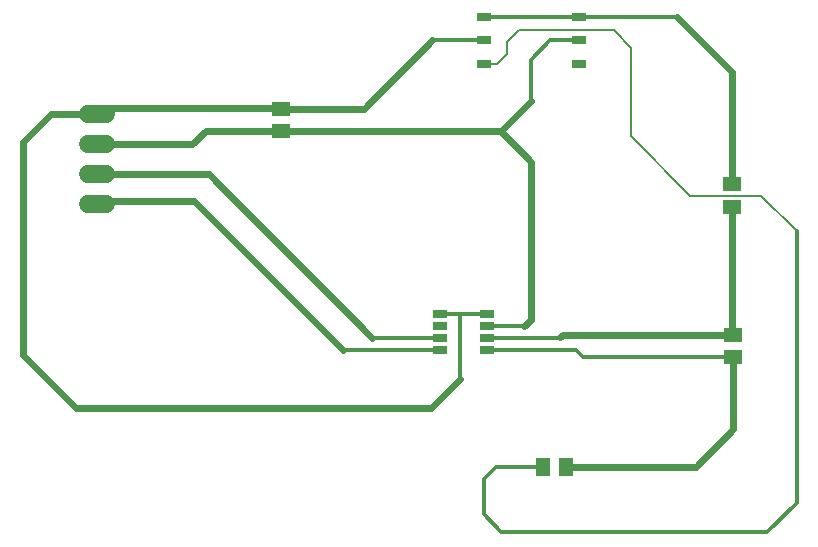
<source format=gbr>
G04 EAGLE Gerber RS-274X export*
G75*
%MOMM*%
%FSLAX34Y34*%
%LPD*%
%INBottom Copper*%
%IPPOS*%
%AMOC8*
5,1,8,0,0,1.08239X$1,22.5*%
G01*
%ADD10R,1.500000X1.300000*%
%ADD11C,1.524000*%
%ADD12R,1.270000X0.635000*%
%ADD13R,1.300000X1.500000*%
%ADD14C,0.609600*%
%ADD15C,0.304800*%
%ADD16C,0.152400*%


D10*
X393600Y563400D03*
X393600Y544400D03*
X776400Y353100D03*
X776400Y372100D03*
D11*
X245220Y482600D02*
X229980Y482600D01*
X229980Y508000D02*
X245220Y508000D01*
X245220Y533400D02*
X229980Y533400D01*
X229980Y558800D02*
X245220Y558800D01*
D12*
X567800Y389400D03*
X567800Y379400D03*
X567800Y369400D03*
X567800Y359400D03*
X527800Y359400D03*
X527800Y369400D03*
X527800Y379400D03*
X527800Y389400D03*
X645500Y641500D03*
X645500Y621500D03*
X645500Y601500D03*
X565500Y641500D03*
X565500Y621500D03*
X565500Y601500D03*
D13*
X634500Y260000D03*
X615500Y260000D03*
D10*
X775000Y480500D03*
X775000Y499500D03*
D14*
X242600Y563800D02*
X237600Y558800D01*
X242600Y563800D02*
X393200Y563800D01*
X393600Y563400D01*
X463400Y563400D01*
D15*
X521500Y621500D02*
X565500Y621500D01*
D14*
X521500Y621500D02*
X463400Y563400D01*
D15*
X545000Y389400D02*
X567800Y389400D01*
X545000Y389400D02*
X527800Y389400D01*
X545000Y389400D02*
X545000Y335000D01*
D14*
X520000Y310000D01*
X220000Y310000D01*
X175000Y355000D01*
X175000Y535000D01*
X198800Y558800D02*
X237600Y558800D01*
X198800Y558800D02*
X175000Y535000D01*
D15*
X470600Y369400D02*
X527800Y369400D01*
D14*
X332000Y508000D02*
X237600Y508000D01*
X332000Y508000D02*
X470600Y369400D01*
D15*
X445600Y359400D02*
X527800Y359400D01*
D14*
X445600Y359400D02*
X320000Y485000D01*
X240000Y485000D01*
X237600Y482600D01*
X237600Y533400D02*
X318400Y533400D01*
X330000Y545000D01*
X393000Y545000D01*
X393600Y544400D01*
X500600Y544400D01*
D15*
X621500Y621500D02*
X645500Y621500D01*
D14*
X605000Y570000D02*
X579400Y544400D01*
X393600Y544400D01*
D15*
X605000Y605000D02*
X621500Y621500D01*
X605000Y605000D02*
X605000Y570000D01*
X599400Y379400D02*
X567800Y379400D01*
D14*
X599400Y379400D02*
X605000Y385000D01*
X605000Y518800D01*
X579400Y544400D01*
D15*
X567800Y359400D02*
X642800Y359400D01*
X649100Y353100D01*
X776400Y353100D01*
D14*
X776400Y292082D01*
X744318Y260000D02*
X634500Y260000D01*
X744318Y260000D02*
X776400Y292082D01*
D15*
X645500Y641500D02*
X565500Y641500D01*
X645500Y641500D02*
X728500Y641500D01*
D14*
X775000Y595000D02*
X775000Y499500D01*
X775000Y595000D02*
X728500Y641500D01*
X775000Y480500D02*
X775000Y373500D01*
X776400Y372100D01*
X632100Y372100D01*
X630000Y370000D01*
D15*
X629400Y369400D02*
X567800Y369400D01*
D16*
X629400Y369400D02*
X632100Y372100D01*
D15*
X615500Y260000D02*
X575000Y260000D01*
X565000Y250000D01*
X565000Y220000D01*
X580000Y205000D01*
X805000Y205000D01*
X830000Y230000D01*
X830000Y460000D01*
D16*
X800000Y490000D01*
X740000Y490000D01*
X690000Y540000D01*
X690000Y615000D01*
X675000Y630000D01*
X595000Y630000D01*
X585000Y620000D01*
X585000Y610000D01*
X576500Y601500D01*
X565500Y601500D01*
M02*

</source>
